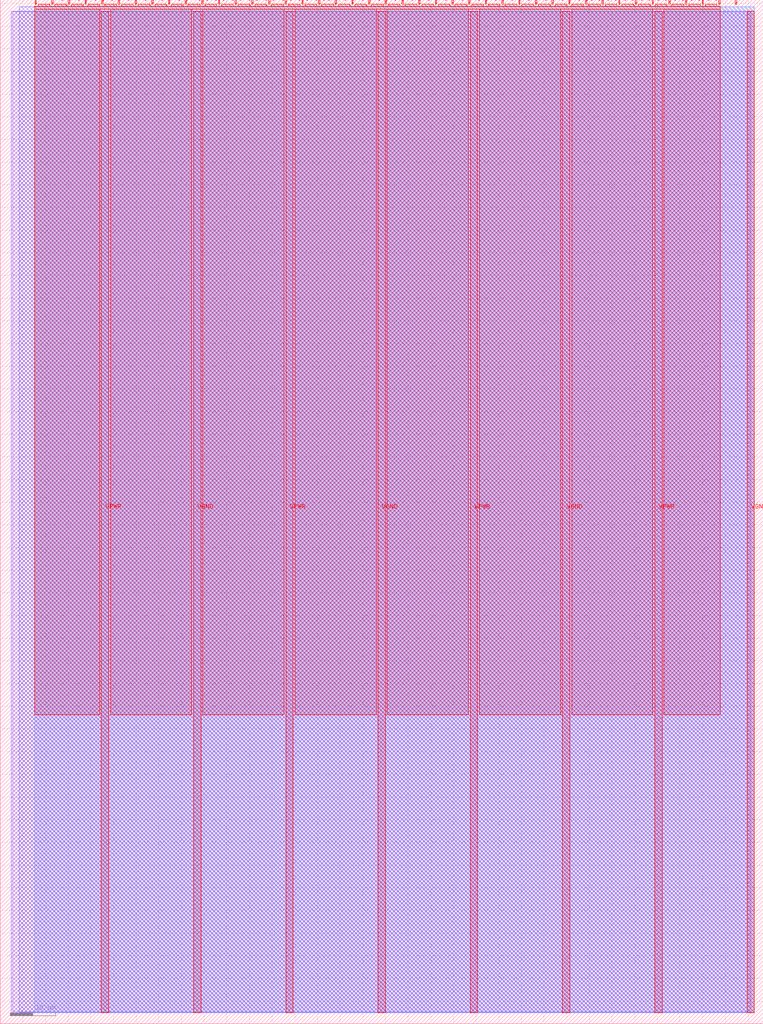
<source format=lef>
VERSION 5.7 ;
  NOWIREEXTENSIONATPIN ON ;
  DIVIDERCHAR "/" ;
  BUSBITCHARS "[]" ;
MACRO tt_um_robojan_top
  CLASS BLOCK ;
  FOREIGN tt_um_robojan_top ;
  ORIGIN 0.000 0.000 ;
  SIZE 168.360 BY 225.760 ;
  PIN VGND
    DIRECTION INOUT ;
    USE GROUND ;
    PORT
      LAYER met4 ;
        RECT 42.670 2.480 44.270 223.280 ;
    END
    PORT
      LAYER met4 ;
        RECT 83.380 2.480 84.980 223.280 ;
    END
    PORT
      LAYER met4 ;
        RECT 124.090 2.480 125.690 223.280 ;
    END
    PORT
      LAYER met4 ;
        RECT 164.800 2.480 166.400 223.280 ;
    END
  END VGND
  PIN VPWR
    DIRECTION INOUT ;
    USE POWER ;
    PORT
      LAYER met4 ;
        RECT 22.315 2.480 23.915 223.280 ;
    END
    PORT
      LAYER met4 ;
        RECT 63.025 2.480 64.625 223.280 ;
    END
    PORT
      LAYER met4 ;
        RECT 103.735 2.480 105.335 223.280 ;
    END
    PORT
      LAYER met4 ;
        RECT 144.445 2.480 146.045 223.280 ;
    END
  END VPWR
  PIN clk
    DIRECTION INPUT ;
    USE SIGNAL ;
    ANTENNAGATEAREA 0.852000 ;
    PORT
      LAYER met4 ;
        RECT 158.550 224.760 158.850 225.760 ;
    END
  END clk
  PIN ena
    DIRECTION INPUT ;
    USE SIGNAL ;
    PORT
      LAYER met4 ;
        RECT 162.230 224.760 162.530 225.760 ;
    END
  END ena
  PIN rst_n
    DIRECTION INPUT ;
    USE SIGNAL ;
    ANTENNAGATEAREA 0.196500 ;
    PORT
      LAYER met4 ;
        RECT 154.870 224.760 155.170 225.760 ;
    END
  END rst_n
  PIN ui_in[0]
    DIRECTION INPUT ;
    USE SIGNAL ;
    ANTENNAGATEAREA 0.196500 ;
    PORT
      LAYER met4 ;
        RECT 151.190 224.760 151.490 225.760 ;
    END
  END ui_in[0]
  PIN ui_in[1]
    DIRECTION INPUT ;
    USE SIGNAL ;
    ANTENNAGATEAREA 0.196500 ;
    PORT
      LAYER met4 ;
        RECT 147.510 224.760 147.810 225.760 ;
    END
  END ui_in[1]
  PIN ui_in[2]
    DIRECTION INPUT ;
    USE SIGNAL ;
    ANTENNAGATEAREA 0.126000 ;
    PORT
      LAYER met4 ;
        RECT 143.830 224.760 144.130 225.760 ;
    END
  END ui_in[2]
  PIN ui_in[3]
    DIRECTION INPUT ;
    USE SIGNAL ;
    PORT
      LAYER met4 ;
        RECT 140.150 224.760 140.450 225.760 ;
    END
  END ui_in[3]
  PIN ui_in[4]
    DIRECTION INPUT ;
    USE SIGNAL ;
    PORT
      LAYER met4 ;
        RECT 136.470 224.760 136.770 225.760 ;
    END
  END ui_in[4]
  PIN ui_in[5]
    DIRECTION INPUT ;
    USE SIGNAL ;
    PORT
      LAYER met4 ;
        RECT 132.790 224.760 133.090 225.760 ;
    END
  END ui_in[5]
  PIN ui_in[6]
    DIRECTION INPUT ;
    USE SIGNAL ;
    PORT
      LAYER met4 ;
        RECT 129.110 224.760 129.410 225.760 ;
    END
  END ui_in[6]
  PIN ui_in[7]
    DIRECTION INPUT ;
    USE SIGNAL ;
    PORT
      LAYER met4 ;
        RECT 125.430 224.760 125.730 225.760 ;
    END
  END ui_in[7]
  PIN uio_in[0]
    DIRECTION INPUT ;
    USE SIGNAL ;
    PORT
      LAYER met4 ;
        RECT 121.750 224.760 122.050 225.760 ;
    END
  END uio_in[0]
  PIN uio_in[1]
    DIRECTION INPUT ;
    USE SIGNAL ;
    PORT
      LAYER met4 ;
        RECT 118.070 224.760 118.370 225.760 ;
    END
  END uio_in[1]
  PIN uio_in[2]
    DIRECTION INPUT ;
    USE SIGNAL ;
    PORT
      LAYER met4 ;
        RECT 114.390 224.760 114.690 225.760 ;
    END
  END uio_in[2]
  PIN uio_in[3]
    DIRECTION INPUT ;
    USE SIGNAL ;
    PORT
      LAYER met4 ;
        RECT 110.710 224.760 111.010 225.760 ;
    END
  END uio_in[3]
  PIN uio_in[4]
    DIRECTION INPUT ;
    USE SIGNAL ;
    PORT
      LAYER met4 ;
        RECT 107.030 224.760 107.330 225.760 ;
    END
  END uio_in[4]
  PIN uio_in[5]
    DIRECTION INPUT ;
    USE SIGNAL ;
    PORT
      LAYER met4 ;
        RECT 103.350 224.760 103.650 225.760 ;
    END
  END uio_in[5]
  PIN uio_in[6]
    DIRECTION INPUT ;
    USE SIGNAL ;
    PORT
      LAYER met4 ;
        RECT 99.670 224.760 99.970 225.760 ;
    END
  END uio_in[6]
  PIN uio_in[7]
    DIRECTION INPUT ;
    USE SIGNAL ;
    PORT
      LAYER met4 ;
        RECT 95.990 224.760 96.290 225.760 ;
    END
  END uio_in[7]
  PIN uio_oe[0]
    DIRECTION OUTPUT TRISTATE ;
    USE SIGNAL ;
    PORT
      LAYER met4 ;
        RECT 33.430 224.760 33.730 225.760 ;
    END
  END uio_oe[0]
  PIN uio_oe[1]
    DIRECTION OUTPUT TRISTATE ;
    USE SIGNAL ;
    PORT
      LAYER met4 ;
        RECT 29.750 224.760 30.050 225.760 ;
    END
  END uio_oe[1]
  PIN uio_oe[2]
    DIRECTION OUTPUT TRISTATE ;
    USE SIGNAL ;
    PORT
      LAYER met4 ;
        RECT 26.070 224.760 26.370 225.760 ;
    END
  END uio_oe[2]
  PIN uio_oe[3]
    DIRECTION OUTPUT TRISTATE ;
    USE SIGNAL ;
    PORT
      LAYER met4 ;
        RECT 22.390 224.760 22.690 225.760 ;
    END
  END uio_oe[3]
  PIN uio_oe[4]
    DIRECTION OUTPUT TRISTATE ;
    USE SIGNAL ;
    PORT
      LAYER met4 ;
        RECT 18.710 224.760 19.010 225.760 ;
    END
  END uio_oe[4]
  PIN uio_oe[5]
    DIRECTION OUTPUT TRISTATE ;
    USE SIGNAL ;
    PORT
      LAYER met4 ;
        RECT 15.030 224.760 15.330 225.760 ;
    END
  END uio_oe[5]
  PIN uio_oe[6]
    DIRECTION OUTPUT TRISTATE ;
    USE SIGNAL ;
    PORT
      LAYER met4 ;
        RECT 11.350 224.760 11.650 225.760 ;
    END
  END uio_oe[6]
  PIN uio_oe[7]
    DIRECTION OUTPUT TRISTATE ;
    USE SIGNAL ;
    PORT
      LAYER met4 ;
        RECT 7.670 224.760 7.970 225.760 ;
    END
  END uio_oe[7]
  PIN uio_out[0]
    DIRECTION OUTPUT TRISTATE ;
    USE SIGNAL ;
    PORT
      LAYER met4 ;
        RECT 62.870 224.760 63.170 225.760 ;
    END
  END uio_out[0]
  PIN uio_out[1]
    DIRECTION OUTPUT TRISTATE ;
    USE SIGNAL ;
    PORT
      LAYER met4 ;
        RECT 59.190 224.760 59.490 225.760 ;
    END
  END uio_out[1]
  PIN uio_out[2]
    DIRECTION OUTPUT TRISTATE ;
    USE SIGNAL ;
    PORT
      LAYER met4 ;
        RECT 55.510 224.760 55.810 225.760 ;
    END
  END uio_out[2]
  PIN uio_out[3]
    DIRECTION OUTPUT TRISTATE ;
    USE SIGNAL ;
    PORT
      LAYER met4 ;
        RECT 51.830 224.760 52.130 225.760 ;
    END
  END uio_out[3]
  PIN uio_out[4]
    DIRECTION OUTPUT TRISTATE ;
    USE SIGNAL ;
    PORT
      LAYER met4 ;
        RECT 48.150 224.760 48.450 225.760 ;
    END
  END uio_out[4]
  PIN uio_out[5]
    DIRECTION OUTPUT TRISTATE ;
    USE SIGNAL ;
    PORT
      LAYER met4 ;
        RECT 44.470 224.760 44.770 225.760 ;
    END
  END uio_out[5]
  PIN uio_out[6]
    DIRECTION OUTPUT TRISTATE ;
    USE SIGNAL ;
    PORT
      LAYER met4 ;
        RECT 40.790 224.760 41.090 225.760 ;
    END
  END uio_out[6]
  PIN uio_out[7]
    DIRECTION OUTPUT TRISTATE ;
    USE SIGNAL ;
    PORT
      LAYER met4 ;
        RECT 37.110 224.760 37.410 225.760 ;
    END
  END uio_out[7]
  PIN uo_out[0]
    DIRECTION OUTPUT TRISTATE ;
    USE SIGNAL ;
    ANTENNADIFFAREA 0.795200 ;
    PORT
      LAYER met4 ;
        RECT 92.310 224.760 92.610 225.760 ;
    END
  END uo_out[0]
  PIN uo_out[1]
    DIRECTION OUTPUT TRISTATE ;
    USE SIGNAL ;
    ANTENNAGATEAREA 0.708000 ;
    ANTENNADIFFAREA 1.242000 ;
    PORT
      LAYER met4 ;
        RECT 88.630 224.760 88.930 225.760 ;
    END
  END uo_out[1]
  PIN uo_out[2]
    DIRECTION OUTPUT TRISTATE ;
    USE SIGNAL ;
    ANTENNADIFFAREA 0.795200 ;
    PORT
      LAYER met4 ;
        RECT 84.950 224.760 85.250 225.760 ;
    END
  END uo_out[2]
  PIN uo_out[3]
    DIRECTION OUTPUT TRISTATE ;
    USE SIGNAL ;
    ANTENNAGATEAREA 0.213000 ;
    ANTENNADIFFAREA 0.891000 ;
    PORT
      LAYER met4 ;
        RECT 81.270 224.760 81.570 225.760 ;
    END
  END uo_out[3]
  PIN uo_out[4]
    DIRECTION OUTPUT TRISTATE ;
    USE SIGNAL ;
    ANTENNADIFFAREA 0.795200 ;
    PORT
      LAYER met4 ;
        RECT 77.590 224.760 77.890 225.760 ;
    END
  END uo_out[4]
  PIN uo_out[5]
    DIRECTION OUTPUT TRISTATE ;
    USE SIGNAL ;
    ANTENNAGATEAREA 0.213000 ;
    ANTENNADIFFAREA 1.242000 ;
    PORT
      LAYER met4 ;
        RECT 73.910 224.760 74.210 225.760 ;
    END
  END uo_out[5]
  PIN uo_out[6]
    DIRECTION OUTPUT TRISTATE ;
    USE SIGNAL ;
    ANTENNADIFFAREA 0.795200 ;
    PORT
      LAYER met4 ;
        RECT 70.230 224.760 70.530 225.760 ;
    END
  END uo_out[6]
  PIN uo_out[7]
    DIRECTION OUTPUT TRISTATE ;
    USE SIGNAL ;
    ANTENNADIFFAREA 0.795200 ;
    PORT
      LAYER met4 ;
        RECT 66.550 224.760 66.850 225.760 ;
    END
  END uo_out[7]
  OBS
      LAYER li1 ;
        RECT 2.760 2.635 165.600 223.125 ;
      LAYER met1 ;
        RECT 2.460 2.480 166.400 223.280 ;
      LAYER met2 ;
        RECT 4.240 2.535 166.370 224.245 ;
      LAYER met3 ;
        RECT 7.630 2.555 166.390 224.225 ;
      LAYER met4 ;
        RECT 8.370 224.360 10.950 224.760 ;
        RECT 12.050 224.360 14.630 224.760 ;
        RECT 15.730 224.360 18.310 224.760 ;
        RECT 19.410 224.360 21.990 224.760 ;
        RECT 23.090 224.360 25.670 224.760 ;
        RECT 26.770 224.360 29.350 224.760 ;
        RECT 30.450 224.360 33.030 224.760 ;
        RECT 34.130 224.360 36.710 224.760 ;
        RECT 37.810 224.360 40.390 224.760 ;
        RECT 41.490 224.360 44.070 224.760 ;
        RECT 45.170 224.360 47.750 224.760 ;
        RECT 48.850 224.360 51.430 224.760 ;
        RECT 52.530 224.360 55.110 224.760 ;
        RECT 56.210 224.360 58.790 224.760 ;
        RECT 59.890 224.360 62.470 224.760 ;
        RECT 63.570 224.360 66.150 224.760 ;
        RECT 67.250 224.360 69.830 224.760 ;
        RECT 70.930 224.360 73.510 224.760 ;
        RECT 74.610 224.360 77.190 224.760 ;
        RECT 78.290 224.360 80.870 224.760 ;
        RECT 81.970 224.360 84.550 224.760 ;
        RECT 85.650 224.360 88.230 224.760 ;
        RECT 89.330 224.360 91.910 224.760 ;
        RECT 93.010 224.360 95.590 224.760 ;
        RECT 96.690 224.360 99.270 224.760 ;
        RECT 100.370 224.360 102.950 224.760 ;
        RECT 104.050 224.360 106.630 224.760 ;
        RECT 107.730 224.360 110.310 224.760 ;
        RECT 111.410 224.360 113.990 224.760 ;
        RECT 115.090 224.360 117.670 224.760 ;
        RECT 118.770 224.360 121.350 224.760 ;
        RECT 122.450 224.360 125.030 224.760 ;
        RECT 126.130 224.360 128.710 224.760 ;
        RECT 129.810 224.360 132.390 224.760 ;
        RECT 133.490 224.360 136.070 224.760 ;
        RECT 137.170 224.360 139.750 224.760 ;
        RECT 140.850 224.360 143.430 224.760 ;
        RECT 144.530 224.360 147.110 224.760 ;
        RECT 148.210 224.360 150.790 224.760 ;
        RECT 151.890 224.360 154.470 224.760 ;
        RECT 155.570 224.360 158.150 224.760 ;
        RECT 7.655 223.680 158.865 224.360 ;
        RECT 7.655 68.175 21.915 223.680 ;
        RECT 24.315 68.175 42.270 223.680 ;
        RECT 44.670 68.175 62.625 223.680 ;
        RECT 65.025 68.175 82.980 223.680 ;
        RECT 85.380 68.175 103.335 223.680 ;
        RECT 105.735 68.175 123.690 223.680 ;
        RECT 126.090 68.175 144.045 223.680 ;
        RECT 146.445 68.175 158.865 223.680 ;
  END
END tt_um_robojan_top
END LIBRARY


</source>
